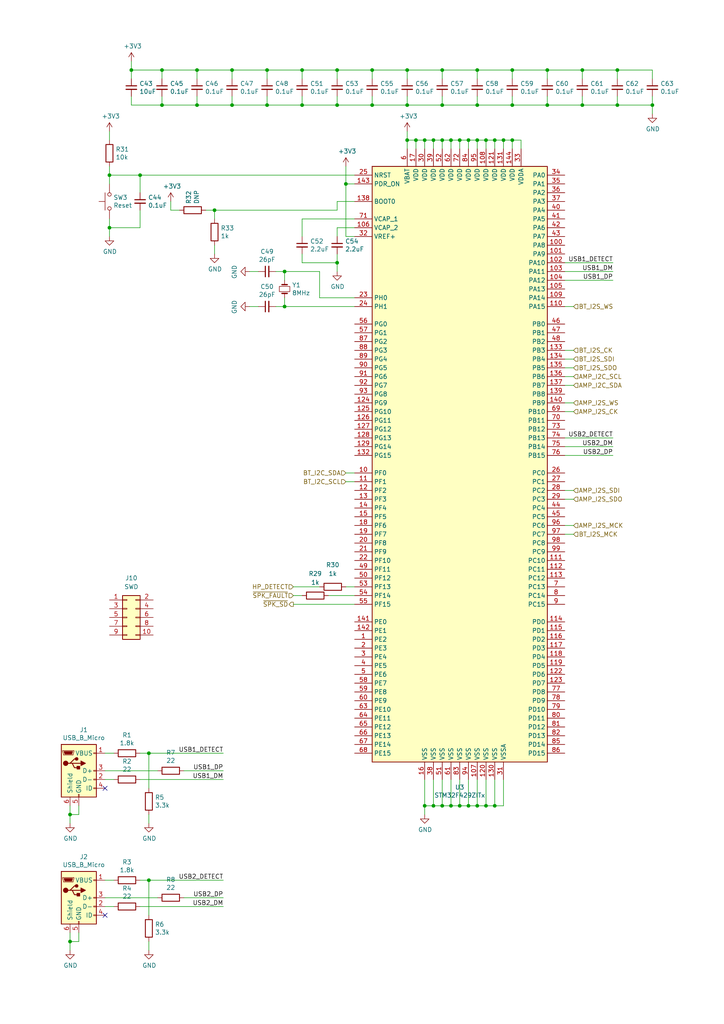
<source format=kicad_sch>
(kicad_sch (version 20201015) (generator eeschema)
  (page 1 7)
  (paper "A4" portrait)
  (lib_symbols
    (symbol "Connector:USB_B_Micro" (pin_names (offset 1.016))
      (property "Reference" "J" (at -5.08 11.43 0))
      (property "Value" "USB_B_Micro" (at -5.08 8.89 0))
      (symbol "USB_B_Micro_0_1"
        (circle (center -3.81 2.159) (radius 0.635) (stroke (width 0.254)) (fill (type outline)))
        (circle (center -0.635 3.429) (radius 0.381) (stroke (width 0.254)) (fill (type outline)))
        (rectangle (start -5.08 -7.62) (end 5.08 7.62) (stroke (width 0.254)) (fill (type background)))
        (rectangle (start -0.127 -7.62) (end 0.127 -6.858))
        (rectangle (start 0.254 1.27) (end -0.508 0.508) (stroke (width 0.254)) (fill (type outline)))
        (rectangle (start 5.08 -5.207) (end 4.318 -4.953))
        (rectangle (start 5.08 -2.667) (end 4.318 -2.413))
        (rectangle (start 5.08 -0.127) (end 4.318 0.127))
        (rectangle (start 5.08 4.953) (end 4.318 5.207))
        (polyline (pts (xy -1.905 2.159) (xy 0.635 2.159)) (stroke (width 0.254)))
        (polyline (pts (xy -3.175 2.159) (xy -2.54 2.159) (xy -1.27 3.429) (xy -0.635 3.429)) (stroke (width 0.254)))
        (polyline (pts (xy -2.54 2.159) (xy -1.905 2.159) (xy -1.27 0.889) (xy 0 0.889)) (stroke (width 0.254)))
        (polyline (pts (xy 0.635 2.794) (xy 0.635 1.524) (xy 1.905 2.159) (xy 0.635 2.794)) (stroke (width 0.254)) (fill (type outline)))
        (polyline (pts (xy -4.318 5.588) (xy -1.778 5.588) (xy -2.032 4.826) (xy -4.064 4.826) (xy -4.318 5.588)) (fill (type outline)))
        (polyline (pts (xy -4.699 5.842) (xy -4.699 5.588) (xy -4.445 4.826) (xy -4.445 4.572) (xy -1.651 4.572) (xy -1.651 4.826) (xy -1.397 5.588) (xy -1.397 5.842) (xy -4.699 5.842)))
      )
      (symbol "USB_B_Micro_1_1"
        (pin power_out line (at 7.62 5.08 180) (length 2.54) (name "VBUS") (number "1"))
        (pin bidirectional line (at 7.62 -2.54 180) (length 2.54) (name "D-") (number "2"))
        (pin bidirectional line (at 7.62 0 180) (length 2.54) (name "D+") (number "3"))
        (pin passive line (at 7.62 -5.08 180) (length 2.54) (name "ID") (number "4"))
        (pin power_out line (at 0 -10.16 90) (length 2.54) (name "GND") (number "5"))
        (pin passive line (at -2.54 -10.16 90) (length 2.54) (name "Shield") (number "6"))
      )
    )
    (symbol "Connector_Generic:Conn_02x05_Odd_Even" (pin_names (offset 1.016) hide)
      (property "Reference" "J" (at 1.27 7.62 0))
      (property "Value" "Conn_02x05_Odd_Even" (at 1.27 -7.62 0))
      (symbol "Conn_02x05_Odd_Even_1_1"
        (rectangle (start -1.27 -4.953) (end 0 -5.207) (stroke (width 0.1524)))
        (rectangle (start -1.27 -2.413) (end 0 -2.667) (stroke (width 0.1524)))
        (rectangle (start -1.27 2.667) (end 0 2.413) (stroke (width 0.1524)))
        (rectangle (start -1.27 5.207) (end 0 4.953) (stroke (width 0.1524)))
        (rectangle (start -1.27 6.35) (end 3.81 -6.35) (stroke (width 0.254)) (fill (type background)))
        (rectangle (start -1.27 0.127) (end 0 -0.127) (stroke (width 0.1524)))
        (rectangle (start 3.81 -4.953) (end 2.54 -5.207) (stroke (width 0.1524)))
        (rectangle (start 3.81 -2.413) (end 2.54 -2.667) (stroke (width 0.1524)))
        (rectangle (start 3.81 2.667) (end 2.54 2.413) (stroke (width 0.1524)))
        (rectangle (start 3.81 5.207) (end 2.54 4.953) (stroke (width 0.1524)))
        (rectangle (start 3.81 0.127) (end 2.54 -0.127) (stroke (width 0.1524)))
        (pin passive line (at -5.08 5.08 0) (length 3.81) (name "Pin_1") (number "1"))
        (pin passive line (at 7.62 -5.08 180) (length 3.81) (name "Pin_10") (number "10"))
        (pin passive line (at 7.62 5.08 180) (length 3.81) (name "Pin_2") (number "2"))
        (pin passive line (at -5.08 2.54 0) (length 3.81) (name "Pin_3") (number "3"))
        (pin passive line (at 7.62 2.54 180) (length 3.81) (name "Pin_4") (number "4"))
        (pin passive line (at -5.08 0 0) (length 3.81) (name "Pin_5") (number "5"))
        (pin passive line (at 7.62 0 180) (length 3.81) (name "Pin_6") (number "6"))
        (pin passive line (at -5.08 -2.54 0) (length 3.81) (name "Pin_7") (number "7"))
        (pin passive line (at 7.62 -2.54 180) (length 3.81) (name "Pin_8") (number "8"))
        (pin passive line (at -5.08 -5.08 0) (length 3.81) (name "Pin_9") (number "9"))
      )
    )
    (symbol "Device:C_Small" (pin_numbers hide) (pin_names (offset 0.254) hide)
      (property "Reference" "C" (at 0.254 1.778 0))
      (property "Value" "C_Small" (at 0.254 -2.032 0))
      (symbol "C_Small_0_1"
        (polyline (pts (xy -1.524 -0.508) (xy 1.524 -0.508)) (stroke (width 0.3302)))
        (polyline (pts (xy -1.524 0.508) (xy 1.524 0.508)) (stroke (width 0.3048)))
      )
      (symbol "C_Small_1_1"
        (pin passive line (at 0 2.54 270) (length 2.032) (name "~") (number "1"))
        (pin passive line (at 0 -2.54 90) (length 2.032) (name "~") (number "2"))
      )
    )
    (symbol "Device:Crystal_Small" (pin_numbers hide) (pin_names (offset 1.016) hide)
      (property "Reference" "Y" (at 0 2.54 0))
      (property "Value" "Crystal_Small" (at 0 -2.54 0))
      (symbol "Crystal_Small_0_1"
        (rectangle (start -0.762 -1.524) (end 0.762 1.524))
        (polyline (pts (xy -1.27 -0.762) (xy -1.27 0.762)) (stroke (width 0.381)))
        (polyline (pts (xy 1.27 -0.762) (xy 1.27 0.762)) (stroke (width 0.381)))
      )
      (symbol "Crystal_Small_1_1"
        (pin passive line (at -2.54 0 0) (length 1.27) (name "1") (number "1"))
        (pin passive line (at 2.54 0 180) (length 1.27) (name "2") (number "2"))
      )
    )
    (symbol "Device:R" (pin_numbers hide) (pin_names (offset 0))
      (property "Reference" "R" (at 2.032 0 90))
      (property "Value" "R" (at 0 0 90))
      (symbol "R_0_1"
        (rectangle (start -1.016 -2.54) (end 1.016 2.54) (stroke (width 0.254)))
      )
      (symbol "R_1_1"
        (pin passive line (at 0 3.81 270) (length 1.27) (name "~") (number "1"))
        (pin passive line (at 0 -3.81 90) (length 1.27) (name "~") (number "2"))
      )
    )
    (symbol "MCU_ST_STM32F4:STM32F429ZITx"
      (property "Reference" "U" (at -25.4 87.63 0))
      (property "Value" "STM32F429ZITx" (at 20.32 87.63 0))
      (symbol "STM32F429ZITx_0_1"
        (rectangle (start -25.4 -86.36) (end 25.4 86.36) (stroke (width 0.254)) (fill (type background)))
      )
      (symbol "STM32F429ZITx_1_1"
        (pin input line (at -30.48 76.2 0) (length 5.08) (name "BOOT0") (number "138"))
        (pin input line (at -30.48 83.82 0) (length 5.08) (name "NRST") (number "25"))
        (pin bidirectional line (at 30.48 83.82 180) (length 5.08) (name "PA0") (number "34"))
        (pin bidirectional line (at 30.48 81.28 180) (length 5.08) (name "PA1") (number "35"))
        (pin bidirectional line (at 30.48 58.42 180) (length 5.08) (name "PA10") (number "102"))
        (pin bidirectional line (at 30.48 55.88 180) (length 5.08) (name "PA11") (number "103"))
        (pin bidirectional line (at 30.48 53.34 180) (length 5.08) (name "PA12") (number "104"))
        (pin bidirectional line (at 30.48 50.8 180) (length 5.08) (name "PA13") (number "105"))
        (pin bidirectional line (at 30.48 48.26 180) (length 5.08) (name "PA14") (number "109"))
        (pin bidirectional line (at 30.48 45.72 180) (length 5.08) (name "PA15") (number "110"))
        (pin bidirectional line (at 30.48 78.74 180) (length 5.08) (name "PA2") (number "36"))
        (pin bidirectional line (at 30.48 76.2 180) (length 5.08) (name "PA3") (number "37"))
        (pin bidirectional line (at 30.48 73.66 180) (length 5.08) (name "PA4") (number "40"))
        (pin bidirectional line (at 30.48 71.12 180) (length 5.08) (name "PA5") (number "41"))
        (pin bidirectional line (at 30.48 68.58 180) (length 5.08) (name "PA6") (number "42"))
        (pin bidirectional line (at 30.48 66.04 180) (length 5.08) (name "PA7") (number "43"))
        (pin bidirectional line (at 30.48 63.5 180) (length 5.08) (name "PA8") (number "100"))
        (pin bidirectional line (at 30.48 60.96 180) (length 5.08) (name "PA9") (number "101"))
        (pin bidirectional line (at 30.48 40.64 180) (length 5.08) (name "PB0") (number "46"))
        (pin bidirectional line (at 30.48 38.1 180) (length 5.08) (name "PB1") (number "47"))
        (pin bidirectional line (at 30.48 15.24 180) (length 5.08) (name "PB10") (number "69"))
        (pin bidirectional line (at 30.48 12.7 180) (length 5.08) (name "PB11") (number "70"))
        (pin bidirectional line (at 30.48 10.16 180) (length 5.08) (name "PB12") (number "73"))
        (pin bidirectional line (at 30.48 7.62 180) (length 5.08) (name "PB13") (number "74"))
        (pin bidirectional line (at 30.48 5.08 180) (length 5.08) (name "PB14") (number "75"))
        (pin bidirectional line (at 30.48 2.54 180) (length 5.08) (name "PB15") (number "76"))
        (pin bidirectional line (at 30.48 35.56 180) (length 5.08) (name "PB2") (number "48"))
        (pin bidirectional line (at 30.48 33.02 180) (length 5.08) (name "PB3") (number "133"))
        (pin bidirectional line (at 30.48 30.48 180) (length 5.08) (name "PB4") (number "134"))
        (pin bidirectional line (at 30.48 27.94 180) (length 5.08) (name "PB5") (number "135"))
        (pin bidirectional line (at 30.48 25.4 180) (length 5.08) (name "PB6") (number "136"))
        (pin bidirectional line (at 30.48 22.86 180) (length 5.08) (name "PB7") (number "137"))
        (pin bidirectional line (at 30.48 20.32 180) (length 5.08) (name "PB8") (number "139"))
        (pin bidirectional line (at 30.48 17.78 180) (length 5.08) (name "PB9") (number "140"))
        (pin bidirectional line (at 30.48 -2.54 180) (length 5.08) (name "PC0") (number "26"))
        (pin bidirectional line (at 30.48 -5.08 180) (length 5.08) (name "PC1") (number "27"))
        (pin bidirectional line (at 30.48 -27.94 180) (length 5.08) (name "PC10") (number "111"))
        (pin bidirectional line (at 30.48 -30.48 180) (length 5.08) (name "PC11") (number "112"))
        (pin bidirectional line (at 30.48 -33.02 180) (length 5.08) (name "PC12") (number "113"))
        (pin bidirectional line (at 30.48 -35.56 180) (length 5.08) (name "PC13") (number "7"))
        (pin bidirectional line (at 30.48 -38.1 180) (length 5.08) (name "PC14") (number "8"))
        (pin bidirectional line (at 30.48 -40.64 180) (length 5.08) (name "PC15") (number "9"))
        (pin bidirectional line (at 30.48 -7.62 180) (length 5.08) (name "PC2") (number "28"))
        (pin bidirectional line (at 30.48 -10.16 180) (length 5.08) (name "PC3") (number "29"))
        (pin bidirectional line (at 30.48 -12.7 180) (length 5.08) (name "PC4") (number "44"))
        (pin bidirectional line (at 30.48 -15.24 180) (length 5.08) (name "PC5") (number "45"))
        (pin bidirectional line (at 30.48 -17.78 180) (length 5.08) (name "PC6") (number "96"))
        (pin bidirectional line (at 30.48 -20.32 180) (length 5.08) (name "PC7") (number "97"))
        (pin bidirectional line (at 30.48 -22.86 180) (length 5.08) (name "PC8") (number "98"))
        (pin bidirectional line (at 30.48 -25.4 180) (length 5.08) (name "PC9") (number "99"))
        (pin bidirectional line (at 30.48 -45.72 180) (length 5.08) (name "PD0") (number "114"))
        (pin bidirectional line (at 30.48 -48.26 180) (length 5.08) (name "PD1") (number "115"))
        (pin bidirectional line (at 30.48 -71.12 180) (length 5.08) (name "PD10") (number "79"))
        (pin bidirectional line (at 30.48 -73.66 180) (length 5.08) (name "PD11") (number "80"))
        (pin bidirectional line (at 30.48 -76.2 180) (length 5.08) (name "PD12") (number "81"))
        (pin bidirectional line (at 30.48 -78.74 180) (length 5.08) (name "PD13") (number "82"))
        (pin bidirectional line (at 30.48 -81.28 180) (length 5.08) (name "PD14") (number "85"))
        (pin bidirectional line (at 30.48 -83.82 180) (length 5.08) (name "PD15") (number "86"))
        (pin bidirectional line (at 30.48 -50.8 180) (length 5.08) (name "PD2") (number "116"))
        (pin bidirectional line (at 30.48 -53.34 180) (length 5.08) (name "PD3") (number "117"))
        (pin bidirectional line (at 30.48 -55.88 180) (length 5.08) (name "PD4") (number "118"))
        (pin bidirectional line (at 30.48 -58.42 180) (length 5.08) (name "PD5") (number "119"))
        (pin bidirectional line (at 30.48 -60.96 180) (length 5.08) (name "PD6") (number "122"))
        (pin bidirectional line (at 30.48 -63.5 180) (length 5.08) (name "PD7") (number "123"))
        (pin bidirectional line (at 30.48 -66.04 180) (length 5.08) (name "PD8") (number "77"))
        (pin bidirectional line (at 30.48 -68.58 180) (length 5.08) (name "PD9") (number "78"))
        (pin input line (at -30.48 81.28 0) (length 5.08) (name "PDR_ON") (number "143"))
        (pin bidirectional line (at -30.48 -45.72 0) (length 5.08) (name "PE0") (number "141"))
        (pin bidirectional line (at -30.48 -48.26 0) (length 5.08) (name "PE1") (number "142"))
        (pin bidirectional line (at -30.48 -71.12 0) (length 5.08) (name "PE10") (number "63"))
        (pin bidirectional line (at -30.48 -73.66 0) (length 5.08) (name "PE11") (number "64"))
        (pin bidirectional line (at -30.48 -76.2 0) (length 5.08) (name "PE12") (number "65"))
        (pin bidirectional line (at -30.48 -78.74 0) (length 5.08) (name "PE13") (number "66"))
        (pin bidirectional line (at -30.48 -81.28 0) (length 5.08) (name "PE14") (number "67"))
        (pin bidirectional line (at -30.48 -83.82 0) (length 5.08) (name "PE15") (number "68"))
        (pin bidirectional line (at -30.48 -50.8 0) (length 5.08) (name "PE2") (number "1"))
        (pin bidirectional line (at -30.48 -53.34 0) (length 5.08) (name "PE3") (number "2"))
        (pin bidirectional line (at -30.48 -55.88 0) (length 5.08) (name "PE4") (number "3"))
        (pin bidirectional line (at -30.48 -58.42 0) (length 5.08) (name "PE5") (number "4"))
        (pin bidirectional line (at -30.48 -60.96 0) (length 5.08) (name "PE6") (number "5"))
        (pin bidirectional line (at -30.48 -63.5 0) (length 5.08) (name "PE7") (number "58"))
        (pin bidirectional line (at -30.48 -66.04 0) (length 5.08) (name "PE8") (number "59"))
        (pin bidirectional line (at -30.48 -68.58 0) (length 5.08) (name "PE9") (number "60"))
        (pin bidirectional line (at -30.48 -2.54 0) (length 5.08) (name "PF0") (number "10"))
        (pin bidirectional line (at -30.48 -5.08 0) (length 5.08) (name "PF1") (number "11"))
        (pin bidirectional line (at -30.48 -27.94 0) (length 5.08) (name "PF10") (number "22"))
        (pin bidirectional line (at -30.48 -30.48 0) (length 5.08) (name "PF11") (number "49"))
        (pin bidirectional line (at -30.48 -33.02 0) (length 5.08) (name "PF12") (number "50"))
        (pin bidirectional line (at -30.48 -35.56 0) (length 5.08) (name "PF13") (number "53"))
        (pin bidirectional line (at -30.48 -38.1 0) (length 5.08) (name "PF14") (number "54"))
        (pin bidirectional line (at -30.48 -40.64 0) (length 5.08) (name "PF15") (number "55"))
        (pin bidirectional line (at -30.48 -7.62 0) (length 5.08) (name "PF2") (number "12"))
        (pin bidirectional line (at -30.48 -10.16 0) (length 5.08) (name "PF3") (number "13"))
        (pin bidirectional line (at -30.48 -12.7 0) (length 5.08) (name "PF4") (number "14"))
        (pin bidirectional line (at -30.48 -15.24 0) (length 5.08) (name "PF5") (number "15"))
        (pin bidirectional line (at -30.48 -17.78 0) (length 5.08) (name "PF6") (number "18"))
        (pin bidirectional line (at -30.48 -20.32 0) (length 5.08) (name "PF7") (number "19"))
        (pin bidirectional line (at -30.48 -22.86 0) (length 5.08) (name "PF8") (number "20"))
        (pin bidirectional line (at -30.48 -25.4 0) (length 5.08) (name "PF9") (number "21"))
        (pin bidirectional line (at -30.48 40.64 0) (length 5.08) (name "PG0") (number "56"))
        (pin bidirectional line (at -30.48 38.1 0) (length 5.08) (name "PG1") (number "57"))
        (pin bidirectional line (at -30.48 15.24 0) (length 5.08) (name "PG10") (number "125"))
        (pin bidirectional line (at -30.48 12.7 0) (length 5.08) (name "PG11") (number "126"))
        (pin bidirectional line (at -30.48 10.16 0) (length 5.08) (name "PG12") (number "127"))
        (pin bidirectional line (at -30.48 7.62 0) (length 5.08) (name "PG13") (number "128"))
        (pin bidirectional line (at -30.48 5.08 0) (length 5.08) (name "PG14") (number "129"))
        (pin bidirectional line (at -30.48 2.54 0) (length 5.08) (name "PG15") (number "132"))
        (pin bidirectional line (at -30.48 35.56 0) (length 5.08) (name "PG2") (number "87"))
        (pin bidirectional line (at -30.48 33.02 0) (length 5.08) (name "PG3") (number "88"))
        (pin bidirectional line (at -30.48 30.48 0) (length 5.08) (name "PG4") (number "89"))
        (pin bidirectional line (at -30.48 27.94 0) (length 5.08) (name "PG5") (number "90"))
        (pin bidirectional line (at -30.48 25.4 0) (length 5.08) (name "PG6") (number "91"))
        (pin bidirectional line (at -30.48 22.86 0) (length 5.08) (name "PG7") (number "92"))
        (pin bidirectional line (at -30.48 20.32 0) (length 5.08) (name "PG8") (number "93"))
        (pin bidirectional line (at -30.48 17.78 0) (length 5.08) (name "PG9") (number "124"))
        (pin input line (at -30.48 48.26 0) (length 5.08) (name "PH0") (number "23"))
        (pin input line (at -30.48 45.72 0) (length 5.08) (name "PH1") (number "24"))
        (pin power_in line (at -15.24 91.44 270) (length 5.08) (name "VBAT") (number "6"))
        (pin power_in line (at -30.48 71.12 0) (length 5.08) (name "VCAP_1") (number "71"))
        (pin power_in line (at -30.48 68.58 0) (length 5.08) (name "VCAP_2") (number "106"))
        (pin power_in line (at 7.62 91.44 270) (length 5.08) (name "VDD") (number "108"))
        (pin power_in line (at 10.16 91.44 270) (length 5.08) (name "VDD") (number "121"))
        (pin power_in line (at 12.7 91.44 270) (length 5.08) (name "VDD") (number "131"))
        (pin power_in line (at 15.24 91.44 270) (length 5.08) (name "VDD") (number "144"))
        (pin power_in line (at -12.7 91.44 270) (length 5.08) (name "VDD") (number "17"))
        (pin power_in line (at -10.16 91.44 270) (length 5.08) (name "VDD") (number "30"))
        (pin power_in line (at -7.62 91.44 270) (length 5.08) (name "VDD") (number "39"))
        (pin power_in line (at -5.08 91.44 270) (length 5.08) (name "VDD") (number "52"))
        (pin power_in line (at -2.54 91.44 270) (length 5.08) (name "VDD") (number "62"))
        (pin power_in line (at 0 91.44 270) (length 5.08) (name "VDD") (number "72"))
        (pin power_in line (at 2.54 91.44 270) (length 5.08) (name "VDD") (number "84"))
        (pin power_in line (at 5.08 91.44 270) (length 5.08) (name "VDD") (number "95"))
        (pin power_in line (at 17.78 91.44 270) (length 5.08) (name "VDDA") (number "33"))
        (pin power_in line (at -30.48 66.04 0) (length 5.08) (name "VREF+") (number "32"))
        (pin power_in line (at 5.08 -91.44 90) (length 5.08) (name "VSS") (number "107"))
        (pin power_in line (at 7.62 -91.44 90) (length 5.08) (name "VSS") (number "120"))
        (pin power_in line (at 10.16 -91.44 90) (length 5.08) (name "VSS") (number "130"))
        (pin power_in line (at -10.16 -91.44 90) (length 5.08) (name "VSS") (number "16"))
        (pin power_in line (at -7.62 -91.44 90) (length 5.08) (name "VSS") (number "38"))
        (pin power_in line (at -5.08 -91.44 90) (length 5.08) (name "VSS") (number "51"))
        (pin power_in line (at -2.54 -91.44 90) (length 5.08) (name "VSS") (number "61"))
        (pin power_in line (at 0 -91.44 90) (length 5.08) (name "VSS") (number "83"))
        (pin power_in line (at 2.54 -91.44 90) (length 5.08) (name "VSS") (number "94"))
        (pin power_in line (at 12.7 -91.44 90) (length 5.08) (name "VSSA") (number "31"))
      )
    )
    (symbol "Switch:SW_Push" (pin_numbers hide) (pin_names (offset 1.016) hide)
      (property "Reference" "SW" (at 1.27 2.54 0))
      (property "Value" "SW_Push" (at 0 -1.524 0))
      (symbol "SW_Push_0_1"
        (circle (center -2.032 0) (radius 0.508))
        (circle (center 2.032 0) (radius 0.508))
        (polyline (pts (xy 0 1.27) (xy 0 3.048)))
        (polyline (pts (xy 2.54 1.27) (xy -2.54 1.27)))
        (pin passive line (at -5.08 0 0) (length 2.54) (name "1") (number "1"))
        (pin passive line (at 5.08 0 180) (length 2.54) (name "2") (number "2"))
      )
    )
    (symbol "power:+3.3V" (power) (pin_names (offset 0))
      (property "Value" "+3.3V" (at 0 3.556 0))
      (symbol "+3.3V_0_1"
        (polyline (pts (xy -0.762 1.27) (xy 0 2.54)))
        (polyline (pts (xy 0 0) (xy 0 2.54)))
        (polyline (pts (xy 0 2.54) (xy 0.762 1.27)))
      )
      (symbol "+3.3V_1_1"
        (pin power_in line (at 0 0 90) (length 0) hide (name "+3V3") (number "1"))
      )
    )
    (symbol "power:GND" (power) (pin_names (offset 0))
      (property "Value" "GND" (at 0 -3.81 0))
      (symbol "GND_0_1"
        (polyline (pts (xy 0 0) (xy 0 -1.27) (xy 1.27 -1.27) (xy 0 -2.54) (xy -1.27 -1.27) (xy 0 -1.27)))
      )
      (symbol "GND_1_1"
        (pin power_in line (at 0 0 270) (length 0) hide (name "GND") (number "1"))
      )
    )
  )
  (junction (at 20.32 236.22) (diameter 0.9144))
  (junction (at 20.32 273.05) (diameter 0.9144))
  (junction (at 31.75 50.8) (diameter 0.9144))
  (junction (at 31.75 66.04) (diameter 0.9144))
  (junction (at 38.1 20.32) (diameter 0.9144))
  (junction (at 40.64 50.8) (diameter 0.9144))
  (junction (at 43.18 218.44) (diameter 0.9144))
  (junction (at 43.18 255.27) (diameter 0.9144))
  (junction (at 46.99 20.32) (diameter 0.9144))
  (junction (at 46.99 30.48) (diameter 0.9144))
  (junction (at 57.15 20.32) (diameter 0.9144))
  (junction (at 57.15 30.48) (diameter 0.9144))
  (junction (at 62.23 60.96) (diameter 0.9144))
  (junction (at 67.31 20.32) (diameter 0.9144))
  (junction (at 67.31 30.48) (diameter 0.9144))
  (junction (at 77.47 20.32) (diameter 0.9144))
  (junction (at 77.47 30.48) (diameter 0.9144))
  (junction (at 82.55 78.74) (diameter 0.9144))
  (junction (at 82.55 88.9) (diameter 0.9144))
  (junction (at 87.63 20.32) (diameter 0.9144))
  (junction (at 87.63 30.48) (diameter 0.9144))
  (junction (at 97.79 20.32) (diameter 0.9144))
  (junction (at 97.79 30.48) (diameter 0.9144))
  (junction (at 97.79 76.2) (diameter 0.9144))
  (junction (at 100.33 53.34) (diameter 0.9144))
  (junction (at 107.95 20.32) (diameter 0.9144))
  (junction (at 107.95 30.48) (diameter 0.9144))
  (junction (at 118.11 20.32) (diameter 0.9144))
  (junction (at 118.11 30.48) (diameter 0.9144))
  (junction (at 118.11 40.64) (diameter 0.9144))
  (junction (at 120.65 40.64) (diameter 0.9144))
  (junction (at 123.19 40.64) (diameter 0.9144))
  (junction (at 123.19 233.68) (diameter 0.9144))
  (junction (at 125.73 40.64) (diameter 0.9144))
  (junction (at 125.73 233.68) (diameter 0.9144))
  (junction (at 128.27 20.32) (diameter 0.9144))
  (junction (at 128.27 30.48) (diameter 0.9144))
  (junction (at 128.27 40.64) (diameter 0.9144))
  (junction (at 128.27 233.68) (diameter 0.9144))
  (junction (at 130.81 40.64) (diameter 0.9144))
  (junction (at 130.81 233.68) (diameter 0.9144))
  (junction (at 133.35 40.64) (diameter 0.9144))
  (junction (at 133.35 233.68) (diameter 0.9144))
  (junction (at 135.89 40.64) (diameter 0.9144))
  (junction (at 135.89 233.68) (diameter 0.9144))
  (junction (at 138.43 20.32) (diameter 0.9144))
  (junction (at 138.43 30.48) (diameter 0.9144))
  (junction (at 138.43 40.64) (diameter 0.9144))
  (junction (at 138.43 233.68) (diameter 0.9144))
  (junction (at 140.97 40.64) (diameter 0.9144))
  (junction (at 140.97 233.68) (diameter 0.9144))
  (junction (at 143.51 40.64) (diameter 0.9144))
  (junction (at 143.51 233.68) (diameter 0.9144))
  (junction (at 146.05 40.64) (diameter 0.9144))
  (junction (at 148.59 20.32) (diameter 0.9144))
  (junction (at 148.59 30.48) (diameter 0.9144))
  (junction (at 148.59 40.64) (diameter 0.9144))
  (junction (at 158.75 20.32) (diameter 0.9144))
  (junction (at 158.75 30.48) (diameter 0.9144))
  (junction (at 168.91 20.32) (diameter 0.9144))
  (junction (at 168.91 30.48) (diameter 0.9144))
  (junction (at 179.07 20.32) (diameter 0.9144))
  (junction (at 179.07 30.48) (diameter 0.9144))
  (junction (at 189.23 30.48) (diameter 0.9144))
  (no_connect (at 30.48 265.43))
  (no_connect (at 30.48 228.6))
  (wire (pts (xy 20.32 233.68) (xy 20.32 236.22)))
  (wire (pts (xy 20.32 236.22) (xy 20.32 238.76)))
  (wire (pts (xy 20.32 270.51) (xy 20.32 273.05)))
  (wire (pts (xy 20.32 273.05) (xy 20.32 275.59)))
  (wire (pts (xy 22.86 233.68) (xy 22.86 236.22)))
  (wire (pts (xy 22.86 236.22) (xy 20.32 236.22)))
  (wire (pts (xy 22.86 270.51) (xy 22.86 273.05)))
  (wire (pts (xy 22.86 273.05) (xy 20.32 273.05)))
  (wire (pts (xy 30.48 226.06) (xy 33.02 226.06)))
  (wire (pts (xy 30.48 262.89) (xy 33.02 262.89)))
  (wire (pts (xy 31.75 38.1) (xy 31.75 40.64)))
  (wire (pts (xy 31.75 48.26) (xy 31.75 50.8)))
  (wire (pts (xy 31.75 50.8) (xy 31.75 53.34)))
  (wire (pts (xy 31.75 63.5) (xy 31.75 66.04)))
  (wire (pts (xy 31.75 66.04) (xy 40.64 66.04)))
  (wire (pts (xy 31.75 68.58) (xy 31.75 66.04)))
  (wire (pts (xy 33.02 218.44) (xy 30.48 218.44)))
  (wire (pts (xy 33.02 255.27) (xy 30.48 255.27)))
  (wire (pts (xy 38.1 20.32) (xy 38.1 17.78)))
  (wire (pts (xy 38.1 20.32) (xy 38.1 22.86)))
  (wire (pts (xy 38.1 30.48) (xy 38.1 27.94)))
  (wire (pts (xy 40.64 50.8) (xy 31.75 50.8)))
  (wire (pts (xy 40.64 50.8) (xy 102.87 50.8)))
  (wire (pts (xy 40.64 55.88) (xy 40.64 50.8)))
  (wire (pts (xy 40.64 66.04) (xy 40.64 60.96)))
  (wire (pts (xy 40.64 226.06) (xy 64.77 226.06)))
  (wire (pts (xy 40.64 262.89) (xy 64.77 262.89)))
  (wire (pts (xy 43.18 218.44) (xy 40.64 218.44)))
  (wire (pts (xy 43.18 228.6) (xy 43.18 218.44)))
  (wire (pts (xy 43.18 236.22) (xy 43.18 238.76)))
  (wire (pts (xy 43.18 255.27) (xy 40.64 255.27)))
  (wire (pts (xy 43.18 265.43) (xy 43.18 255.27)))
  (wire (pts (xy 43.18 273.05) (xy 43.18 275.59)))
  (wire (pts (xy 45.72 223.52) (xy 30.48 223.52)))
  (wire (pts (xy 45.72 260.35) (xy 30.48 260.35)))
  (wire (pts (xy 46.99 20.32) (xy 38.1 20.32)))
  (wire (pts (xy 46.99 20.32) (xy 46.99 22.86)))
  (wire (pts (xy 46.99 20.32) (xy 57.15 20.32)))
  (wire (pts (xy 46.99 30.48) (xy 38.1 30.48)))
  (wire (pts (xy 46.99 30.48) (xy 46.99 27.94)))
  (wire (pts (xy 49.53 60.96) (xy 49.53 58.42)))
  (wire (pts (xy 52.07 60.96) (xy 49.53 60.96)))
  (wire (pts (xy 53.34 223.52) (xy 64.77 223.52)))
  (wire (pts (xy 53.34 260.35) (xy 64.77 260.35)))
  (wire (pts (xy 57.15 20.32) (xy 57.15 22.86)))
  (wire (pts (xy 57.15 20.32) (xy 67.31 20.32)))
  (wire (pts (xy 57.15 27.94) (xy 57.15 30.48)))
  (wire (pts (xy 57.15 30.48) (xy 46.99 30.48)))
  (wire (pts (xy 62.23 60.96) (xy 59.69 60.96)))
  (wire (pts (xy 62.23 60.96) (xy 62.23 63.5)))
  (wire (pts (xy 62.23 71.12) (xy 62.23 73.66)))
  (wire (pts (xy 64.77 218.44) (xy 43.18 218.44)))
  (wire (pts (xy 64.77 255.27) (xy 43.18 255.27)))
  (wire (pts (xy 67.31 20.32) (xy 67.31 22.86)))
  (wire (pts (xy 67.31 20.32) (xy 77.47 20.32)))
  (wire (pts (xy 67.31 27.94) (xy 67.31 30.48)))
  (wire (pts (xy 67.31 30.48) (xy 57.15 30.48)))
  (wire (pts (xy 72.39 78.74) (xy 74.93 78.74)))
  (wire (pts (xy 72.39 88.9) (xy 74.93 88.9)))
  (wire (pts (xy 77.47 20.32) (xy 77.47 22.86)))
  (wire (pts (xy 77.47 20.32) (xy 87.63 20.32)))
  (wire (pts (xy 77.47 27.94) (xy 77.47 30.48)))
  (wire (pts (xy 77.47 30.48) (xy 67.31 30.48)))
  (wire (pts (xy 80.01 78.74) (xy 82.55 78.74)))
  (wire (pts (xy 80.01 88.9) (xy 82.55 88.9)))
  (wire (pts (xy 82.55 78.74) (xy 82.55 81.28)))
  (wire (pts (xy 82.55 86.36) (xy 82.55 88.9)))
  (wire (pts (xy 82.55 88.9) (xy 102.87 88.9)))
  (wire (pts (xy 85.09 170.18) (xy 92.71 170.18)))
  (wire (pts (xy 85.09 172.72) (xy 87.63 172.72)))
  (wire (pts (xy 85.09 175.26) (xy 102.87 175.26)))
  (wire (pts (xy 87.63 20.32) (xy 87.63 22.86)))
  (wire (pts (xy 87.63 20.32) (xy 97.79 20.32)))
  (wire (pts (xy 87.63 27.94) (xy 87.63 30.48)))
  (wire (pts (xy 87.63 30.48) (xy 77.47 30.48)))
  (wire (pts (xy 87.63 63.5) (xy 87.63 68.58)))
  (wire (pts (xy 87.63 76.2) (xy 87.63 73.66)))
  (wire (pts (xy 92.71 78.74) (xy 82.55 78.74)))
  (wire (pts (xy 92.71 86.36) (xy 92.71 78.74)))
  (wire (pts (xy 95.25 172.72) (xy 102.87 172.72)))
  (wire (pts (xy 97.79 20.32) (xy 97.79 22.86)))
  (wire (pts (xy 97.79 20.32) (xy 107.95 20.32)))
  (wire (pts (xy 97.79 27.94) (xy 97.79 30.48)))
  (wire (pts (xy 97.79 30.48) (xy 87.63 30.48)))
  (wire (pts (xy 97.79 58.42) (xy 97.79 60.96)))
  (wire (pts (xy 97.79 60.96) (xy 62.23 60.96)))
  (wire (pts (xy 97.79 66.04) (xy 97.79 68.58)))
  (wire (pts (xy 97.79 73.66) (xy 97.79 76.2)))
  (wire (pts (xy 97.79 76.2) (xy 87.63 76.2)))
  (wire (pts (xy 97.79 76.2) (xy 97.79 78.74)))
  (wire (pts (xy 100.33 48.26) (xy 100.33 53.34)))
  (wire (pts (xy 100.33 53.34) (xy 100.33 68.58)))
  (wire (pts (xy 100.33 53.34) (xy 102.87 53.34)))
  (wire (pts (xy 100.33 68.58) (xy 102.87 68.58)))
  (wire (pts (xy 100.33 139.7) (xy 102.87 139.7)))
  (wire (pts (xy 100.33 170.18) (xy 102.87 170.18)))
  (wire (pts (xy 102.87 58.42) (xy 97.79 58.42)))
  (wire (pts (xy 102.87 63.5) (xy 87.63 63.5)))
  (wire (pts (xy 102.87 66.04) (xy 97.79 66.04)))
  (wire (pts (xy 102.87 86.36) (xy 92.71 86.36)))
  (wire (pts (xy 102.87 137.16) (xy 100.33 137.16)))
  (wire (pts (xy 107.95 20.32) (xy 107.95 22.86)))
  (wire (pts (xy 107.95 20.32) (xy 118.11 20.32)))
  (wire (pts (xy 107.95 27.94) (xy 107.95 30.48)))
  (wire (pts (xy 107.95 30.48) (xy 97.79 30.48)))
  (wire (pts (xy 118.11 20.32) (xy 118.11 22.86)))
  (wire (pts (xy 118.11 20.32) (xy 128.27 20.32)))
  (wire (pts (xy 118.11 27.94) (xy 118.11 30.48)))
  (wire (pts (xy 118.11 30.48) (xy 107.95 30.48)))
  (wire (pts (xy 118.11 38.1) (xy 118.11 40.64)))
  (wire (pts (xy 118.11 40.64) (xy 118.11 43.18)))
  (wire (pts (xy 120.65 40.64) (xy 118.11 40.64)))
  (wire (pts (xy 120.65 43.18) (xy 120.65 40.64)))
  (wire (pts (xy 123.19 40.64) (xy 120.65 40.64)))
  (wire (pts (xy 123.19 43.18) (xy 123.19 40.64)))
  (wire (pts (xy 123.19 226.06) (xy 123.19 233.68)))
  (wire (pts (xy 123.19 233.68) (xy 123.19 236.22)))
  (wire (pts (xy 123.19 233.68) (xy 125.73 233.68)))
  (wire (pts (xy 125.73 40.64) (xy 123.19 40.64)))
  (wire (pts (xy 125.73 43.18) (xy 125.73 40.64)))
  (wire (pts (xy 125.73 226.06) (xy 125.73 233.68)))
  (wire (pts (xy 125.73 233.68) (xy 128.27 233.68)))
  (wire (pts (xy 128.27 20.32) (xy 128.27 22.86)))
  (wire (pts (xy 128.27 20.32) (xy 138.43 20.32)))
  (wire (pts (xy 128.27 27.94) (xy 128.27 30.48)))
  (wire (pts (xy 128.27 30.48) (xy 118.11 30.48)))
  (wire (pts (xy 128.27 40.64) (xy 125.73 40.64)))
  (wire (pts (xy 128.27 43.18) (xy 128.27 40.64)))
  (wire (pts (xy 128.27 226.06) (xy 128.27 233.68)))
  (wire (pts (xy 128.27 233.68) (xy 130.81 233.68)))
  (wire (pts (xy 130.81 40.64) (xy 128.27 40.64)))
  (wire (pts (xy 130.81 43.18) (xy 130.81 40.64)))
  (wire (pts (xy 130.81 226.06) (xy 130.81 233.68)))
  (wire (pts (xy 130.81 233.68) (xy 133.35 233.68)))
  (wire (pts (xy 133.35 40.64) (xy 130.81 40.64)))
  (wire (pts (xy 133.35 43.18) (xy 133.35 40.64)))
  (wire (pts (xy 133.35 226.06) (xy 133.35 233.68)))
  (wire (pts (xy 133.35 233.68) (xy 135.89 233.68)))
  (wire (pts (xy 135.89 40.64) (xy 133.35 40.64)))
  (wire (pts (xy 135.89 43.18) (xy 135.89 40.64)))
  (wire (pts (xy 135.89 226.06) (xy 135.89 233.68)))
  (wire (pts (xy 135.89 233.68) (xy 138.43 233.68)))
  (wire (pts (xy 138.43 20.32) (xy 138.43 22.86)))
  (wire (pts (xy 138.43 20.32) (xy 148.59 20.32)))
  (wire (pts (xy 138.43 27.94) (xy 138.43 30.48)))
  (wire (pts (xy 138.43 30.48) (xy 128.27 30.48)))
  (wire (pts (xy 138.43 40.64) (xy 135.89 40.64)))
  (wire (pts (xy 138.43 43.18) (xy 138.43 40.64)))
  (wire (pts (xy 138.43 226.06) (xy 138.43 233.68)))
  (wire (pts (xy 138.43 233.68) (xy 140.97 233.68)))
  (wire (pts (xy 140.97 40.64) (xy 138.43 40.64)))
  (wire (pts (xy 140.97 43.18) (xy 140.97 40.64)))
  (wire (pts (xy 140.97 233.68) (xy 140.97 226.06)))
  (wire (pts (xy 140.97 233.68) (xy 143.51 233.68)))
  (wire (pts (xy 143.51 40.64) (xy 140.97 40.64)))
  (wire (pts (xy 143.51 43.18) (xy 143.51 40.64)))
  (wire (pts (xy 143.51 226.06) (xy 143.51 233.68)))
  (wire (pts (xy 143.51 233.68) (xy 146.05 233.68)))
  (wire (pts (xy 146.05 40.64) (xy 143.51 40.64)))
  (wire (pts (xy 146.05 43.18) (xy 146.05 40.64)))
  (wire (pts (xy 146.05 233.68) (xy 146.05 226.06)))
  (wire (pts (xy 148.59 20.32) (xy 148.59 22.86)))
  (wire (pts (xy 148.59 20.32) (xy 158.75 20.32)))
  (wire (pts (xy 148.59 27.94) (xy 148.59 30.48)))
  (wire (pts (xy 148.59 30.48) (xy 138.43 30.48)))
  (wire (pts (xy 148.59 40.64) (xy 146.05 40.64)))
  (wire (pts (xy 148.59 43.18) (xy 148.59 40.64)))
  (wire (pts (xy 151.13 40.64) (xy 148.59 40.64)))
  (wire (pts (xy 151.13 43.18) (xy 151.13 40.64)))
  (wire (pts (xy 158.75 20.32) (xy 158.75 22.86)))
  (wire (pts (xy 158.75 20.32) (xy 168.91 20.32)))
  (wire (pts (xy 158.75 27.94) (xy 158.75 30.48)))
  (wire (pts (xy 158.75 30.48) (xy 148.59 30.48)))
  (wire (pts (xy 163.83 104.14) (xy 166.37 104.14)))
  (wire (pts (xy 163.83 111.76) (xy 166.37 111.76)))
  (wire (pts (xy 163.83 119.38) (xy 166.37 119.38)))
  (wire (pts (xy 163.83 144.78) (xy 166.37 144.78)))
  (wire (pts (xy 166.37 88.9) (xy 163.83 88.9)))
  (wire (pts (xy 166.37 101.6) (xy 163.83 101.6)))
  (wire (pts (xy 166.37 106.68) (xy 163.83 106.68)))
  (wire (pts (xy 166.37 109.22) (xy 163.83 109.22)))
  (wire (pts (xy 166.37 116.84) (xy 163.83 116.84)))
  (wire (pts (xy 166.37 142.24) (xy 163.83 142.24)))
  (wire (pts (xy 166.37 152.4) (xy 163.83 152.4)))
  (wire (pts (xy 166.37 154.94) (xy 163.83 154.94)))
  (wire (pts (xy 168.91 20.32) (xy 168.91 22.86)))
  (wire (pts (xy 168.91 20.32) (xy 179.07 20.32)))
  (wire (pts (xy 168.91 27.94) (xy 168.91 30.48)))
  (wire (pts (xy 168.91 30.48) (xy 158.75 30.48)))
  (wire (pts (xy 177.8 76.2) (xy 163.83 76.2)))
  (wire (pts (xy 177.8 78.74) (xy 163.83 78.74)))
  (wire (pts (xy 177.8 81.28) (xy 163.83 81.28)))
  (wire (pts (xy 177.8 127) (xy 163.83 127)))
  (wire (pts (xy 177.8 129.54) (xy 163.83 129.54)))
  (wire (pts (xy 177.8 132.08) (xy 163.83 132.08)))
  (wire (pts (xy 179.07 20.32) (xy 179.07 22.86)))
  (wire (pts (xy 179.07 20.32) (xy 189.23 20.32)))
  (wire (pts (xy 179.07 27.94) (xy 179.07 30.48)))
  (wire (pts (xy 179.07 30.48) (xy 168.91 30.48)))
  (wire (pts (xy 189.23 20.32) (xy 189.23 22.86)))
  (wire (pts (xy 189.23 27.94) (xy 189.23 30.48)))
  (wire (pts (xy 189.23 30.48) (xy 179.07 30.48)))
  (wire (pts (xy 189.23 30.48) (xy 189.23 33.02)))
  (label "USB1_DETECT" (at 64.77 218.44 180))
  (label "USB1_DP" (at 64.77 223.52 180))
  (label "USB1_DM" (at 64.77 226.06 180))
  (label "USB2_DETECT" (at 64.77 255.27 180))
  (label "USB2_DP" (at 64.77 260.35 180))
  (label "USB2_DM" (at 64.77 262.89 180))
  (label "USB1_DETECT" (at 177.8 76.2 180))
  (label "USB1_DM" (at 177.8 78.74 180))
  (label "USB1_DP" (at 177.8 81.28 180))
  (label "USB2_DETECT" (at 177.8 127 180))
  (label "USB2_DM" (at 177.8 129.54 180))
  (label "USB2_DP" (at 177.8 132.08 180))
  (hierarchical_label "HP_DETECT" (shape input) (at 85.09 170.18 180))
  (hierarchical_label "~SPK_FAULT" (shape input) (at 85.09 172.72 180))
  (hierarchical_label "~SPK_SD" (shape output) (at 85.09 175.26 180))
  (hierarchical_label "BT_I2C_SDA" (shape input) (at 100.33 137.16 180))
  (hierarchical_label "BT_I2C_SCL" (shape input) (at 100.33 139.7 180))
  (hierarchical_label "BT_I2S_WS" (shape input) (at 166.37 88.9 0))
  (hierarchical_label "BT_I2S_CK" (shape input) (at 166.37 101.6 0))
  (hierarchical_label "BT_I2S_SDI" (shape input) (at 166.37 104.14 0))
  (hierarchical_label "BT_I2S_SDO" (shape input) (at 166.37 106.68 0))
  (hierarchical_label "AMP_I2C_SCL" (shape input) (at 166.37 109.22 0))
  (hierarchical_label "AMP_I2C_SDA" (shape input) (at 166.37 111.76 0))
  (hierarchical_label "AMP_I2S_WS" (shape input) (at 166.37 116.84 0))
  (hierarchical_label "AMP_I2S_CK" (shape input) (at 166.37 119.38 0))
  (hierarchical_label "AMP_I2S_SDI" (shape input) (at 166.37 142.24 0))
  (hierarchical_label "AMP_I2S_SDO" (shape input) (at 166.37 144.78 0))
  (hierarchical_label "AMP_I2S_MCK" (shape input) (at 166.37 152.4 0))
  (hierarchical_label "BT_I2S_MCK" (shape input) (at 166.37 154.94 0))
  (symbol (lib_id "power:+3.3V") (at 31.75 38.1 0) (unit 1)
    (property "Reference" "#PWR0170" (effects hide))
    (property "Value" "+3.3V" (at 32.131 33.7058 0))
  )
  (symbol (lib_id "power:+3.3V") (at 38.1 17.78 0) (unit 1)
    (property "Reference" "#PWR0169" (effects hide))
    (property "Value" "+3.3V" (at 38.481 13.3858 0))
  )
  (symbol (lib_id "power:+3.3V") (at 49.53 58.42 0) (unit 1)
    (property "Reference" "#PWR0171" (effects hide))
    (property "Value" "+3.3V" (at 49.911 54.0258 0))
  )
  (symbol (lib_id "power:+3.3V") (at 100.33 48.26 0) (unit 1)
    (property "Reference" "#PWR0166" (effects hide))
    (property "Value" "+3.3V" (at 100.711 43.8658 0))
  )
  (symbol (lib_id "power:+3.3V") (at 118.11 38.1 0) (unit 1)
    (property "Reference" "#PWR0102" (effects hide))
    (property "Value" "+3.3V" (at 118.491 33.7058 0))
  )
  (symbol (lib_id "power:GND") (at 20.32 238.76 0) (unit 1)
    (property "Reference" "#PWR0103" (effects hide))
    (property "Value" "GND" (at 20.447 243.1542 0))
  )
  (symbol (lib_id "power:GND") (at 20.32 275.59 0) (unit 1)
    (property "Reference" "#PWR0105" (effects hide))
    (property "Value" "GND" (at 20.447 279.9842 0))
  )
  (symbol (lib_id "power:GND") (at 31.75 68.58 0) (unit 1)
    (property "Reference" "#PWR0172" (effects hide))
    (property "Value" "GND" (at 31.877 72.9742 0))
  )
  (symbol (lib_id "power:GND") (at 43.18 238.76 0) (unit 1)
    (property "Reference" "#PWR0104" (effects hide))
    (property "Value" "GND" (at 43.307 243.1542 0))
  )
  (symbol (lib_id "power:GND") (at 43.18 275.59 0) (unit 1)
    (property "Reference" "#PWR0106" (effects hide))
    (property "Value" "GND" (at 43.307 279.9842 0))
  )
  (symbol (lib_id "power:GND") (at 62.23 73.66 0) (unit 1)
    (property "Reference" "#PWR0167" (effects hide))
    (property "Value" "GND" (at 62.357 78.0542 0))
  )
  (symbol (lib_id "power:GND") (at 72.39 78.74 270) (unit 1)
    (property "Reference" "#PWR0164" (effects hide))
    (property "Value" "GND" (at 67.9958 78.867 0))
  )
  (symbol (lib_id "power:GND") (at 72.39 88.9 270) (unit 1)
    (property "Reference" "#PWR0165" (effects hide))
    (property "Value" "GND" (at 67.9958 89.027 0))
  )
  (symbol (lib_id "power:GND") (at 97.79 78.74 0) (unit 1)
    (property "Reference" "#PWR0163" (effects hide))
    (property "Value" "GND" (at 97.917 83.1342 0))
  )
  (symbol (lib_id "power:GND") (at 123.19 236.22 0) (unit 1)
    (property "Reference" "#PWR0101" (effects hide))
    (property "Value" "GND" (at 123.317 240.6142 0))
  )
  (symbol (lib_id "power:GND") (at 189.23 33.02 0) (unit 1)
    (property "Reference" "#PWR0168" (effects hide))
    (property "Value" "GND" (at 189.357 37.4142 0))
  )
  (symbol (lib_id "Device:Crystal_Small") (at 82.55 83.82 90) (unit 1)
    (property "Reference" "Y1" (at 84.7091 82.6706 90) (effects (justify right)))
    (property "Value" "8MHz" (at 84.709 84.969 90) (effects (justify right)))
    (property "Footprint" "Crystal:Crystal_SMD_HC49-SD" (effects hide))
  )
  (symbol (lib_id "Device:R") (at 31.75 44.45 0) (unit 1)
    (property "Reference" "R31" (at 33.5281 43.3006 0) (effects (justify left)))
    (property "Value" "10k" (at 33.528 45.599 0) (effects (justify left)))
    (property "Footprint" "Resistor_SMD:R_0603_1608Metric" (effects hide))
  )
  (symbol (lib_id "Device:R") (at 36.83 218.44 270) (unit 1)
    (property "Reference" "R1" (at 36.83 213.1822 90))
    (property "Value" "1.8k" (at 36.83 215.4936 90))
    (property "Footprint" "Resistor_SMD:R_0603_1608Metric" (effects hide))
  )
  (symbol (lib_id "Device:R") (at 36.83 226.06 270) (unit 1)
    (property "Reference" "R2" (at 36.83 220.8022 90))
    (property "Value" "22" (at 36.83 223.1136 90))
    (property "Footprint" "Resistor_SMD:R_0603_1608Metric" (effects hide))
  )
  (symbol (lib_id "Device:R") (at 36.83 255.27 270) (unit 1)
    (property "Reference" "R3" (at 36.83 250.0122 90))
    (property "Value" "1.8k" (at 36.83 252.3236 90))
    (property "Footprint" "Resistor_SMD:R_0603_1608Metric" (effects hide))
  )
  (symbol (lib_id "Device:R") (at 36.83 262.89 270) (unit 1)
    (property "Reference" "R4" (at 36.83 257.6322 90))
    (property "Value" "22" (at 36.83 259.9436 90))
    (property "Footprint" "Resistor_SMD:R_0603_1608Metric" (effects hide))
  )
  (symbol (lib_id "Device:R") (at 43.18 232.41 0) (unit 1)
    (property "Reference" "R5" (at 44.958 231.2416 0) (effects (justify left)))
    (property "Value" "3.3k" (at 44.958 233.553 0) (effects (justify left)))
    (property "Footprint" "Resistor_SMD:R_0603_1608Metric" (effects hide))
  )
  (symbol (lib_id "Device:R") (at 43.18 269.24 0) (unit 1)
    (property "Reference" "R6" (at 44.958 268.0716 0) (effects (justify left)))
    (property "Value" "3.3k" (at 44.958 270.383 0) (effects (justify left)))
    (property "Footprint" "Resistor_SMD:R_0603_1608Metric" (effects hide))
  )
  (symbol (lib_id "Device:R") (at 49.53 223.52 270) (unit 1)
    (property "Reference" "R7" (at 49.53 218.2622 90))
    (property "Value" "22" (at 49.53 220.5736 90))
    (property "Footprint" "Resistor_SMD:R_0603_1608Metric" (effects hide))
  )
  (symbol (lib_id "Device:R") (at 49.53 260.35 270) (unit 1)
    (property "Reference" "R8" (at 49.53 255.0922 90))
    (property "Value" "22" (at 49.53 257.4036 90))
    (property "Footprint" "Resistor_SMD:R_0603_1608Metric" (effects hide))
  )
  (symbol (lib_id "Device:R") (at 55.88 60.96 90) (unit 1)
    (property "Reference" "R32" (at 54.7306 59.1819 0) (effects (justify left)))
    (property "Value" "DNP" (at 57.029 59.182 0) (effects (justify left)))
    (property "Footprint" "Resistor_SMD:R_0603_1608Metric" (effects hide))
  )
  (symbol (lib_id "Device:R") (at 62.23 67.31 0) (unit 1)
    (property "Reference" "R33" (at 64.0081 66.1606 0) (effects (justify left)))
    (property "Value" "1k" (at 64.008 68.459 0) (effects (justify left)))
    (property "Footprint" "Resistor_SMD:R_0603_1608Metric" (effects hide))
  )
  (symbol (lib_id "Device:R") (at 91.44 172.72 90) (unit 1)
    (property "Reference" "R29" (at 91.44 166.37 90))
    (property "Value" "1k" (at 91.44 168.91 90))
    (property "Footprint" "Resistor_SMD:R_0603_1608Metric" (effects hide))
  )
  (symbol (lib_id "Device:R") (at 96.52 170.18 90) (unit 1)
    (property "Reference" "R30" (at 96.52 163.83 90))
    (property "Value" "1k" (at 96.52 166.37 90))
    (property "Footprint" "Resistor_SMD:R_0603_1608Metric" (effects hide))
  )
  (symbol (lib_id "Device:C_Small") (at 38.1 25.4 0) (unit 1)
    (property "Reference" "C43" (at 40.4242 24.2506 0) (effects (justify left)))
    (property "Value" "10uF" (at 40.424 26.549 0) (effects (justify left)))
    (property "Footprint" "Capacitor_SMD:C_0805_2012Metric" (effects hide))
  )
  (symbol (lib_id "Device:C_Small") (at 40.64 58.42 0) (unit 1)
    (property "Reference" "C44" (at 42.9642 57.2706 0) (effects (justify left)))
    (property "Value" "0.1uF" (at 42.964 59.5696 0) (effects (justify left)))
    (property "Footprint" "Capacitor_SMD:C_0603_1608Metric" (effects hide))
  )
  (symbol (lib_id "Device:C_Small") (at 46.99 25.4 0) (unit 1)
    (property "Reference" "C45" (at 49.3142 24.2506 0) (effects (justify left)))
    (property "Value" "0.1uF" (at 49.314 26.5496 0) (effects (justify left)))
    (property "Footprint" "Capacitor_SMD:C_0603_1608Metric" (effects hide))
  )
  (symbol (lib_id "Device:C_Small") (at 57.15 25.4 0) (unit 1)
    (property "Reference" "C46" (at 59.4742 24.2506 0) (effects (justify left)))
    (property "Value" "0.1uF" (at 59.474 26.5496 0) (effects (justify left)))
    (property "Footprint" "Capacitor_SMD:C_0603_1608Metric" (effects hide))
  )
  (symbol (lib_id "Device:C_Small") (at 67.31 25.4 0) (unit 1)
    (property "Reference" "C47" (at 69.6342 24.2506 0) (effects (justify left)))
    (property "Value" "0.1uF" (at 69.634 26.5496 0) (effects (justify left)))
    (property "Footprint" "Capacitor_SMD:C_0603_1608Metric" (effects hide))
  )
  (symbol (lib_id "Device:C_Small") (at 77.47 25.4 0) (unit 1)
    (property "Reference" "C48" (at 79.7942 24.2506 0) (effects (justify left)))
    (property "Value" "0.1uF" (at 79.794 26.5496 0) (effects (justify left)))
    (property "Footprint" "Capacitor_SMD:C_0603_1608Metric" (effects hide))
  )
  (symbol (lib_id "Device:C_Small") (at 77.47 78.74 90) (unit 1)
    (property "Reference" "C49" (at 77.47 72.9677 90))
    (property "Value" "26pF" (at 77.47 75.266 90))
    (property "Footprint" "Capacitor_SMD:C_0603_1608Metric" (effects hide))
  )
  (symbol (lib_id "Device:C_Small") (at 77.47 88.9 90) (unit 1)
    (property "Reference" "C50" (at 77.47 83.1277 90))
    (property "Value" "26pF" (at 77.47 85.426 90))
    (property "Footprint" "Capacitor_SMD:C_0603_1608Metric" (effects hide))
  )
  (symbol (lib_id "Device:C_Small") (at 87.63 25.4 0) (unit 1)
    (property "Reference" "C51" (at 89.9542 24.2506 0) (effects (justify left)))
    (property "Value" "0.1uF" (at 89.954 26.5496 0) (effects (justify left)))
    (property "Footprint" "Capacitor_SMD:C_0603_1608Metric" (effects hide))
  )
  (symbol (lib_id "Device:C_Small") (at 87.63 71.12 0) (unit 1)
    (property "Reference" "C52" (at 89.9542 69.9706 0) (effects (justify left)))
    (property "Value" "2.2uF" (at 89.954 72.269 0) (effects (justify left)))
    (property "Footprint" "Capacitor_SMD:C_0603_1608Metric" (effects hide))
  )
  (symbol (lib_id "Device:C_Small") (at 97.79 25.4 0) (unit 1)
    (property "Reference" "C53" (at 100.1142 24.2506 0) (effects (justify left)))
    (property "Value" "0.1uF" (at 100.114 26.5496 0) (effects (justify left)))
    (property "Footprint" "Capacitor_SMD:C_0603_1608Metric" (effects hide))
  )
  (symbol (lib_id "Device:C_Small") (at 97.79 71.12 0) (unit 1)
    (property "Reference" "C54" (at 100.1142 69.9706 0) (effects (justify left)))
    (property "Value" "2.2uF" (at 100.114 72.269 0) (effects (justify left)))
    (property "Footprint" "Capacitor_SMD:C_0603_1608Metric" (effects hide))
  )
  (symbol (lib_id "Device:C_Small") (at 107.95 25.4 0) (unit 1)
    (property "Reference" "C55" (at 110.2742 24.2506 0) (effects (justify left)))
    (property "Value" "0.1uF" (at 110.274 26.5496 0) (effects (justify left)))
    (property "Footprint" "Capacitor_SMD:C_0603_1608Metric" (effects hide))
  )
  (symbol (lib_id "Device:C_Small") (at 118.11 25.4 0) (unit 1)
    (property "Reference" "C56" (at 120.4342 24.2506 0) (effects (justify left)))
    (property "Value" "0.1uF" (at 120.434 26.5496 0) (effects (justify left)))
    (property "Footprint" "Capacitor_SMD:C_0603_1608Metric" (effects hide))
  )
  (symbol (lib_id "Device:C_Small") (at 128.27 25.4 0) (unit 1)
    (property "Reference" "C57" (at 130.5942 24.2506 0) (effects (justify left)))
    (property "Value" "0.1uF" (at 130.594 26.5496 0) (effects (justify left)))
    (property "Footprint" "Capacitor_SMD:C_0603_1608Metric" (effects hide))
  )
  (symbol (lib_id "Device:C_Small") (at 138.43 25.4 0) (unit 1)
    (property "Reference" "C58" (at 140.7542 24.2506 0) (effects (justify left)))
    (property "Value" "0.1uF" (at 140.754 26.5496 0) (effects (justify left)))
    (property "Footprint" "Capacitor_SMD:C_0603_1608Metric" (effects hide))
  )
  (symbol (lib_id "Device:C_Small") (at 148.59 25.4 0) (unit 1)
    (property "Reference" "C59" (at 150.9142 24.2506 0) (effects (justify left)))
    (property "Value" "0.1uF" (at 150.914 26.5496 0) (effects (justify left)))
    (property "Footprint" "Capacitor_SMD:C_0603_1608Metric" (effects hide))
  )
  (symbol (lib_id "Device:C_Small") (at 158.75 25.4 0) (unit 1)
    (property "Reference" "C60" (at 161.0742 24.2506 0) (effects (justify left)))
    (property "Value" "0.1uF" (at 161.074 26.5496 0) (effects (justify left)))
    (property "Footprint" "Capacitor_SMD:C_0603_1608Metric" (effects hide))
  )
  (symbol (lib_id "Device:C_Small") (at 168.91 25.4 0) (unit 1)
    (property "Reference" "C61" (at 171.2342 24.2506 0) (effects (justify left)))
    (property "Value" "0.1uF" (at 171.234 26.5496 0) (effects (justify left)))
    (property "Footprint" "Capacitor_SMD:C_0603_1608Metric" (effects hide))
  )
  (symbol (lib_id "Device:C_Small") (at 179.07 25.4 0) (unit 1)
    (property "Reference" "C62" (at 181.3942 24.2506 0) (effects (justify left)))
    (property "Value" "0.1uF" (at 181.394 26.5496 0) (effects (justify left)))
    (property "Footprint" "Capacitor_SMD:C_0603_1608Metric" (effects hide))
  )
  (symbol (lib_id "Device:C_Small") (at 189.23 25.4 0) (unit 1)
    (property "Reference" "C63" (at 191.5542 24.2506 0) (effects (justify left)))
    (property "Value" "0.1uF" (at 191.554 26.5496 0) (effects (justify left)))
    (property "Footprint" "Capacitor_SMD:C_0603_1608Metric" (effects hide))
  )
  (symbol (lib_id "Switch:SW_Push") (at 31.75 58.42 90) (unit 1)
    (property "Reference" "SW3" (at 32.8931 57.2706 90) (effects (justify right)))
    (property "Value" "Reset" (at 32.8931 59.5693 90) (effects (justify right)))
    (property "Footprint" "Button_Switch_THT:SW_PUSH_6mm_H4.3mm" (effects hide))
  )
  (symbol (lib_id "Connector_Generic:Conn_02x05_Odd_Even") (at 36.83 179.07 0) (unit 1)
    (property "Reference" "J10" (at 38.1 167.64 0))
    (property "Value" "SWD" (at 38.1 170.18 0))
    (property "Footprint" "Connector_IDC:IDC-Header_2x05_P2.54mm_Vertical" (effects hide))
  )
  (symbol (lib_id "Connector:USB_B_Micro") (at 22.86 223.52 0) (unit 1)
    (property "Reference" "J1" (at 24.3078 211.6582 0))
    (property "Value" "USB_B_Micro" (at 24.3078 213.9696 0))
    (property "Footprint" "Connector_USB:USB_Micro-B_Amphenol_10104110_Horizontal" (effects hide))
  )
  (symbol (lib_id "Connector:USB_B_Micro") (at 22.86 260.35 0) (unit 1)
    (property "Reference" "J2" (at 24.3078 248.4882 0))
    (property "Value" "USB_B_Micro" (at 24.3078 250.7996 0))
    (property "Footprint" "Connector_USB:USB_Micro-B_Amphenol_10104110_Horizontal" (effects hide))
  )
  (symbol (lib_id "MCU_ST_STM32F4:STM32F429ZITx") (at 133.35 134.62 0) (unit 1)
    (property "Reference" "U3" (at 133.35 228.3206 0))
    (property "Value" "STM32F429ZITx" (at 133.35 230.632 0))
    (property "Footprint" "Package_QFP:LQFP-144_20x20mm_P0.5mm" (effects hide))
    (property "Datasheet" "http://www.st.com/st-web-ui/static/active/en/resource/technical/document/datasheet/DM00071990.pdf" (effects hide))
  )
)
</source>
